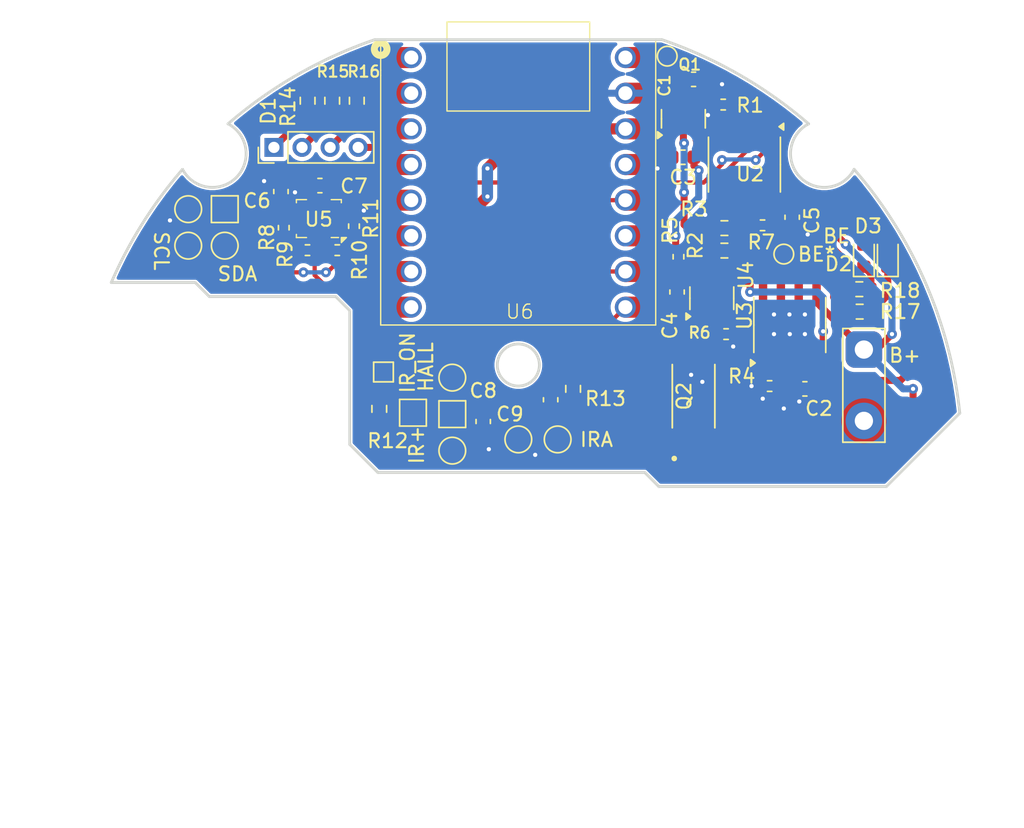
<source format=kicad_pcb>
(kicad_pcb (version 20241229) (generator "pcbnew") (generator_version "9.0")
  (layers (0 "F.Cu" signal) (2 "B.Cu" power) (13 "F.Paste" user) (15 "B.Paste" user) (5 "F.SilkS" user "F.Silkscreen") (7 "B.SilkS" user "B.Silkscreen") (1 "F.Mask" user) (3 "B.Mask" user) (25 "Edge.Cuts" user))
  (net 0 "")
  (net 1 "Vin")
  (net 2 "GND")
  (net 3 "+BATT")
  (net 4 "-BATT")
  (net 5 "Net-(U4-VCC)")
  (net 6 "+3.3V")
  (net 7 "Net-(D1-RK)")
  (net 8 "Net-(D1-BK)")
  (net 9 "Net-(D1-GK)")
  (net 10 "Net-(D2-K)")
  (net 11 "Net-(D3-K)")
  (net 12 "IMU_SDA")
  (net 13 "IMU_SCL")
  (net 14 "Batt_En")
  (net 15 "IR_ON")
  (net 16 "Batt_En*")
  (net 17 "IR_ADC")
  (net 18 "Hall_Out")
  (net 20 "Net-(U4-OD)")
  (net 21 "Net-(U4-OC)")
  (net 23 "VCC_Sense")
  (net 24 "Net-(U3-PROG)")
  (net 25 "Net-(U4-CS)")
  (net 26 "Net-(U5-CSB)")
  (net 27 "ADR")
  (net 28 "PWM_R")
  (net 29 "PWM_G")
  (net 30 "PWM_B")
  (net 31 "Net-(U3-~{STDBY})")
  (net 32 "Net-(U3-~{CHRG})")
  (net 36 "IMU_INT1")
  (net 46 "/IR")
  (footprint "Connector_PinHeader_2.00mm:PinHeader_1x04_P2.00mm_Vertical" (layer "F.Cu") (at 142.6 59.4 90)
    (property "Reference" "D1")
    (property "Value" "LED_RGBA")
  )
  (footprint "Capacitor_SMD:C_0603_1608Metric" (layer "F.Cu") (at 157.5 78.925 -90)
    (property "Reference" "C8")
    (property "Value" "100n")
  )
  (footprint "TestPoint:TestPoint_Pad_D1.5mm" (layer "F.Cu") (at 155.3 81)
    (property "Reference" "J22" (hide yes))
    (property "Value" "Conn_01x01_Pin")
  )
  (footprint "Capacitor_SMD:C_0603_1608Metric" (layer "F.Cu") (at 180.4 76.6)
    (property "Reference" "C2")
    (property "Value" "100n")
  )
  (footprint "Resistor_SMD:R_0603_1608Metric" (layer "F.Cu") (at 148.5 56.075 -90)
    (property "Reference" "R16")
    (property "Value" "220")
  )
  (footprint "Resistor_SMD:R_0402_1005Metric" (layer "F.Cu") (at 143.3 65.12 90)
    (property "Reference" "R8")
    (property "Value" "100k")
  )
  (footprint "Package_TO_SOT_SMD:SOT-23-6" (layer "F.Cu") (at 173.775 70.1425 90)
    (property "Reference" "U4")
    (property "Value" "DW01A")
  )
  (footprint "Resistor_SMD:R_0402_1005Metric" (layer "F.Cu") (at 148.3 65.01 -90)
    (property "Reference" "R11")
    (property "Value" "100k")
  )
  (footprint "Capacitor_SMD:C_0603_1608Metric" (layer "F.Cu") (at 145.875 62.12 180)
    (property "Reference" "C7")
    (property "Value" "100n")
  )
  (footprint "TestPoint:TestPoint_Pad_D1.5mm" (layer "F.Cu") (at 155.3 75.8)
    (property "Reference" "J23" (hide yes))
    (property "Value" "Conn_01x01_Pin")
  )
  (footprint "TestPoint:TestPoint_Pad_D1.5mm" (layer "F.Cu") (at 136.5 63.8 180)
    (property "Reference" "J19" (hide yes))
    (property "Value" "Conn_01x01_Pin")
  )
  (footprint "LED_SMD:LED_0603_1608Metric" (layer "F.Cu") (at 186.3 67.1125 90)
    (property "Reference" "D3")
    (property "Value" "GREEN_LED")
  )
  (footprint "Resistor_SMD:R_0402_1005Metric" (layer "F.Cu") (at 174.585 56.35 180)
    (property "Reference" "R1")
    (property "Value" "100k")
  )
  (footprint "Package_LGA:Bosch_LGA-14_3x2.5mm_P0.5mm" (layer "F.Cu") (at 145.8 64.47 180)
    (property "Reference" "U5")
    (property "Value" "BMI270")
  )
  (footprint "TestPoint:TestPoint_Pad_D1.5mm" (layer "F.Cu") (at 139.1 66.4 180)
    (property "Reference" "J4" (hide yes))
    (property "Value" "Conn_01x01_Pin")
  )
  (footprint "TestPoint:TestPoint_Pad_1.5x1.5mm" (layer "F.Cu") (at 155.3 78.4)
    (property "Reference" "J21" (hide yes))
    (property "Value" "Conn_01x01_Pin")
  )
  (footprint "TestPoint:TestPoint_Pad_1.0x1.0mm" (layer "F.Cu") (at 150.4 75.4)
    (property "Reference" "J7" (hide yes))
    (property "Value" "Conn_01x01_Pin")
  )
  (footprint "Resistor_SMD:R_0402_1005Metric" (layer "F.Cu") (at 147.11 66.72)
    (property "Reference" "R10")
    (property "Value" "2k2")
  )
  (footprint "Resistor_SMD:R_0603_1608Metric" (layer "F.Cu") (at 174.67 66.75)
    (property "Reference" "R2")
    (property "Value" "2k2")
  )
  (footprint "Resistor_SMD:R_0603_1608Metric" (layer "F.Cu") (at 163.9 76.6 -90)
    (property "Reference" "R13")
    (property "Value" "10k")
  )
  (footprint "Resistor_SMD:R_0402_1005Metric" (layer "F.Cu") (at 174.79 72.7)
    (property "Reference" "R6")
    (property "Value" "1k")
  )
  (footprint "TestPoint:TestPoint_2Pads_Pitch5.08mm_Drill1.3mm" (layer "F.Cu") (at 184.6 73.8 -90)
    (property "Reference" "J1")
    (property "Value" "Battery_Connector")
  )
  (footprint "TestPoint:TestPoint_Pad_1.5x1.5mm" (layer "F.Cu") (at 152.5 78.3)
    (property "Reference" "J8" (hide yes))
    (property "Value" "Conn_01x01_Pin")
  )
  (footprint "TestPoint:TestPoint_Pad_D1.5mm" (layer "F.Cu") (at 160 80.2)
    (property "Reference" "J25" (hide yes))
    (property "Value" "Conn_01x01_Pin")
  )
  (footprint "Capacitor_SMD:C_0603_1608Metric" (layer "F.Cu") (at 172.475 54.55)
    (property "Reference" "C1")
    (property "Value" "10u")
  )
  (footprint "LED_SMD:LED_0603_1608Metric" (layer "F.Cu") (at 184.6 67.1125 90)
    (property "Reference" "D2")
    (property "Value" "RED_LED")
  )
  (footprint "TestPoint:TestPoint_Pad_D1.0mm" (layer "F.Cu") (at 170.6 52.9)
    (property "Reference" "J12" (hide yes))
    (property "Value" "Conn_01x01_Pin")
  )
  (footprint "Package_SO:SOIC-8-1EP_3.9x4.9mm_P1.27mm_EP2.41x3.3mm" (layer "F.Cu") (at 179.325 72.055 90)
    (property "Reference" "U3")
    (property "Value" "TP4056-42-ESOP8")
  )
  (footprint "Package_TO_SOT_SMD:SOT-23" (layer "F.Cu") (at 171.75 57.3625 90)
    (property "Reference" "Q1")
    (property "Value" "AO3400A")
  )
  (footprint "Resistor_SMD:R_0603_1608Metric" (layer "F.Cu") (at 184.275 69.5 180)
    (property "Reference" "R18")
    (property "Value" "1k")
  )
  (footprint "Capacitor_SMD:C_0603_1608Metric" (layer "F.Cu") (at 171.725 60.1 180)
    (property "Reference" "C3")
    (property "Value" "10u")
  )
  (footprint "Resistor_SMD:R_0603_1608Metric" (layer "F.Cu") (at 146.75 56.075 -90)
    (property "Reference" "R15")
    (property "Value" "220")
  )
  (footprint "Resistor_SMD:R_0402_1005Metric" (layer "F.Cu") (at 144.99 66.72 180)
    (property "Reference" "R9")
    (property "Value" "2k2")
  )
  (footprint "Resistor_SMD:R_0603_1608Metric" (layer "F.Cu") (at 145 56.075 -90)
    (property "Reference" "R14")
    (property "Value" "220")
  )
  (footprint "TestPoint:TestPoint_Pad_D1.5mm" (layer "F.Cu") (at 136.5 66.4 180)
    (property "Reference" "J3" (hide yes))
    (property "Value" "Conn_01x01_Pin")
  )
  (footprint "Capacitor_SMD:C_0603_1608Metric" (layer "F.Cu") (at 179.495 64.375 -90)
    (property "Reference" "C5")
    (property "Value" "100n")
  )
  (footprint "Capacitor_SMD:C_0603_1608Metric" (layer "F.Cu") (at 171.3 69.7 90)
    (property "Reference" "C4")
    (property "Value" "100n")
  )
  (footprint "Resistor_SMD:R_0603_1608Metric" (layer "F.Cu") (at 150.1 78.025 -90)
    (property "Reference" "R12")
    (property "Value" "150")
  )
  (footprint "TestPoint:TestPoint_Pad_D1.0mm" (layer "F.Cu") (at 178.9 67)
    (property "Reference" "J9" (hide yes))
    (property "Value" "Conn_01x01_Pin")
  )
  (footprint "Package_SO:SOIC-8_3.9x4.9mm_P1.27mm" (layer "F.Cu") (at 176.095 60.625 -90)
    (property "Reference" "U2")
    (property "Value" "LM393")
  )
  (footprint "Resistor_SMD:R_0603_1608Metric" (layer "F.Cu") (at 174.67 65.15 180)
    (property "Reference" "R3")
    (property "Value" "82k")
  )
  (footprint "MyLibrary:ESP32_C3_SuperMini" (layer "F.Cu") (at 160 65.7)
    (property "Reference" "U6")
    (property "Value" "ESP32_C3_SuperMini")
  )
  (footprint "Resistor_SMD:R_0402_1005Metric" (layer "F.Cu") (at 177.89 76.4 180)
    (property "Reference" "R4")
    (property "Value" "2k")
  )
  (footprint "Resistor_SMD:R_0402_1005Metric" (layer "F.Cu") (at 171.4 67.19 -90)
    (property "Reference" "R5")
    (property "Value" "100")
  )
  (footprint "TestPoint:TestPoint_Pad_1.5x1.5mm" (layer "F.Cu") (at 139.1 63.8 180)
    (property "Reference" "J18" (hide yes))
    (property "Value" "Conn_01x01_Pin")
  )
  (footprint "Resistor_SMD:R_0603_1608Metric" (layer "F.Cu") (at 184.3 71.1 180)
    (property "Reference" "R17")
    (property "Value" "1k")
  )
  (footprint "Capacitor_SMD:C_0603_1608Metric" (layer "F.Cu") (at 143.1 62.545 90)
    (property "Reference" "C6")
    (property "Value" "100n")
  )
  (footprint "Resistor_SMD:R_0402_1005Metric" (layer "F.Cu") (at 177.385 64.95)
    (property "Reference" "R7")
    (property "Value" "100k")
  )
  (footprint "TestPoint:TestPoint_Pad_D1.5mm" (layer "F.Cu") (at 162.8 80.2)
    (property "Reference" "J24" (hide yes))
    (property "Value" "Conn_01x01_Pin")
  )
  (footprint "MyLibrary:FS8205A" (layer "F.Cu") (at 172.475 77.12 90)
    (property "Reference" "Q2")
    (property "Value" "FS8205A")
  )
  (footprint "Capacitor_SMD:C_0603_1608Metric" (layer "F.Cu") (at 162.3 77.375 -90)
    (property "Reference" "C9")
    (property "Value" "10u")
  )
  (gr_line (start 169.000054 82.557705) (end 170.000054 83.557705) (stroke (width 0.2)) (layer "Edge.Cuts"))
  (gr_line (start 148.000054 80.557709) (end 150.000054 82.557709) (stroke (width 0.2)) (layer "Edge.Cuts"))
  (gr_circle (center 160.000054 74.9) (end 161.500054 74.9) (stroke (width 0.2)) (fill no) (layer "Edge.Cuts"))
  (gr_line (start 191.400054 78.357705) (end 191.427739 78.33002) (stroke (width 0.2)) (layer "Edge.Cuts"))
  (gr_line (start 138.000054 70.02586) (end 147.000054 70.02586) (stroke (width 0.2)) (layer "Edge.Cuts"))
  (gr_line (start 137.000054 69.02586) (end 138.000054 70.02586) (stroke (width 0.2)) (layer "Edge.Cuts"))
  (gr_line (start 186.200054 83.557705) (end 191.400054 78.357705) (stroke (width 0.2)) (layer "Edge.Cuts"))
  (gr_line (start 170.225025 51.72586) (end 149.775103 51.72586) (stroke (width 0.2)) (layer "Edge.Cuts"))
  (gr_arc (start 170.225025 51.72586) (mid 175.733785 54.221304) (end 180.666276 57.720478) (stroke (width 0.2)) (layer "Edge.Cuts"))
  (gr_line (start 148.000054 71.02586) (end 148.000054 80.557709) (stroke (width 0.2)) (layer "Edge.Cuts"))
  (gr_line (start 147.000054 70.02586) (end 148.000054 71.02586) (stroke (width 0.2)) (layer "Edge.Cuts"))
  (gr_arc (start 183.905436 60.959638) (mid 188.997797 69.068355) (end 191.427739 78.33002) (stroke (width 0.2)) (layer "Edge.Cuts"))
  (gr_line (start 131.020753 69.02586) (end 137.000054 69.02586) (stroke (width 0.2)) (layer "Edge.Cuts"))
  (gr_arc (start 139.333832 57.720478) (mid 139.918207 61.544013) (end 136.094672 60.959638) (stroke (width 0.2)) (layer "Edge.Cuts"))
  (gr_line (start 170.000054 83.557705) (end 186.200054 83.557705) (stroke (width 0.2)) (layer "Edge.Cuts"))
  (gr_line (start 150.000054 82.557709) (end 169.000054 82.557705) (stroke (width 0.2)) (layer "Edge.Cuts"))
  (gr_arc (start 183.905436 60.959638) (mid 180.081901 61.544013) (end 180.666276 57.720478) (stroke (width 0.2)) (layer "Edge.Cuts"))
  (gr_arc (start 139.333832 57.720478) (mid 144.266323 54.221303) (end 149.775103 51.72586) (stroke (width 0.2)) (layer "Edge.Cuts"))
  (gr_arc (start 131.020753 69.02586) (mid 133.251905 64.800387) (end 136.094672 60.959638) (stroke (width 0.2)) (layer "Edge.Cuts"))
  (gr_text "SDA" (at 138.5 69 0) (layer "F.SilkS") (effects (font (size 1 1)) (justify left bottom)))
  (gr_text "B+" (at 186.3 74.8 0) (layer "F.SilkS") (effects (font (size 1 1)) (justify left bottom)))
  (gr_text "SCL" (at 134 65.3 270) (layer "F.SilkS") (effects (font (size 1 1)) (justify left bottom)))
  (gr_text "HALL\n" (at 154 76.9 90) (layer "F.SilkS") (effects (font (size 1 1)) (justify left bottom)))
  (gr_text "IR_ON" (at 152.7 77 90) (layer "F.SilkS") (effects (font (size 1 1)) (justify left bottom)))
  (gr_text "BE*" (at 179.8 67.6 0) (layer "F.SilkS") (effects (font (size 1 1)) (justify left bottom)))
  (gr_text "IR+" (at 153.35 82.05 90) (layer "F.SilkS") (effects (font (size 1 1)) (justify left bottom)))
  (gr_text "IRA" (at 164.3 80.8 0) (layer "F.SilkS") (effects (font (size 1 1)) (justify left bottom)))
  (gr_text "BE" (at 181.6 66.3 0) (layer "F.SilkS") (effects (font (size 1 1)) (justify left bottom)))
  (segment (start 173.845 66.75) (end 174.05 66.75) (width 0.5) (layer "F.Cu") (net 1))
  (segment (start 181.7 74.06) (end 181.23 74.53) (width 0.5) (layer "F.Cu") (net 1))
  (segment (start 168.12 53) (end 170.15 53) (width 0.8) (layer "F.Cu") (net 1))
  (segment (start 181.175 76.6) (end 181.8 76.6) (width 0.5) (layer "F.Cu") (net 1))
  (segment (start 171.75 59.05) (end 171.8 59.1) (width 0.5) (layer "F.Cu") (net 1))
  (segment (start 181.23 76.57) (end 181.2 76.6) (width 0.5) (layer "F.Cu") (net 1))
  (segment (start 171.75 56.425) (end 171.75 54.6) (width 0.5) (layer "F.Cu") (net 1))
  (segment (start 181.23 76.545) (end 181.175 76.6) (width 0.5) (layer "F.Cu") (net 1))
  (segment (start 170.15 53) (end 171.7 54.55) (width 0.8) (layer "F.Cu") (net 1))
  (segment (start 173.65 66.75) (end 173.845 66.75) (width 0.5) (layer "F.Cu") (net 1))
  (segment (start 181.8 76.6) (end 182.4 76) (width 0.5) (layer "F.Cu") (net 1))
  (segment (start 174.05 66.75) (end 176.5 69.2) (width 0.5) (layer "F.Cu") (net 1))
  (segment (start 181.7 72.5) (end 181.7 74.06) (width 0.5) (layer "F.Cu") (net 1))
  (segment (start 171.8 62.6) (end 171.8 64.9) (width 0.5) (layer "F.Cu") (net 1))
  (segment (start 187.5 67.525) (end 186.3 66.325) (width 0.5) (layer "F.Cu") (net 1))
  (segment (start 182.4 76) (end 187.2 76) (width 0.5) (layer "F.Cu") (net 1))
  (segment (start 181.23 74.53) (end 181.23 76.545) (width 0.5) (layer "F.Cu") (net 1))
  (segment (start 171.75 54.6) (end 171.7 54.55) (width 0.5) (layer "F.Cu") (net 1))
  (segment (start 176.5 69.2) (end 176.5 69.7) (width 0.5) (layer "F.Cu") (net 1))
  (segment (start 171.8 64.9) (end 173.65 66.75) (width 0.5) (layer "F.Cu") (net 1))
  (segment (start 187.2 76) (end 187.5 75.7) (width 0.5) (layer "F.Cu") (net 1))
  (segment (start 187.5 75.7) (end 187.5 67.525) (width 0.5) (layer "F.Cu") (net 1))
  (segment (start 171.75 56.425) (end 171.75 59.05) (width 0.5) (layer "F.Cu") (net 1))
  (segment (start 186.3 66.325) (end 184.6 66.325) (width 0.5) (layer "F.Cu") (net 1))
  (via (at 171.8 59.1) (size 0.7) (drill 0.3) (layers "F.Cu" "B.Cu") (net 1))
  (via (at 171.8 62.6) (size 0.7) (drill 0.3) (layers "F.Cu" "B.Cu") (net 1))
  (via (at 181.7 72.5) (size 0.7) (drill 0.3) (layers "F.Cu" "B.Cu") (net 1))
  (via (at 176.5 69.7) (size 0.7) (drill 0.3) (layers "F.Cu" "B.Cu") (net 1))
  (segment (start 181.7 70.1) (end 181.7 71.9) (width 0.5) (layer "B.Cu") (net 1))
  (segment (start 181.7 71.9) (end 181.7 72.5) (width 0.5) (layer "B.Cu") (net 1))
  (segment (start 181.3 69.7) (end 181.7 70.1) (width 0.5) (layer "B.Cu") (net 1))
  (segment (start 176.5 69.7) (end 181.3 69.7) (width 0.5) (layer "B.Cu") (net 1))
  (segment (start 171.8 59.1) (end 171.8 62.6) (width 0.5) (layer "B.Cu") (net 1))
  (segment (start 157.5 80.5) (end 157.9 80.9) (width 0.8) (layer "F.Cu") (net 2))
  (segment (start 170.95 60.1) (end 170.9 60.1) (width 0.5) (layer "F.Cu") (net 2))
  (segment (start 160.1 80.2) (end 161.2 81.3) (width 0.8) (layer "F.Cu") (net 2))
  (segment (start 170.7 60.1) (end 169.9 60.9) (width 0.5) (layer "F.Cu") (net 2))
  (segment (start 145.8 63.4575) (end 145.8 62.82) (width 0.3) (layer "F.Cu") (net 2))
  (segment (start 174.19 57.79) (end 173.9 57.5) (width 0.5) (layer "F.Cu") (net 2))
  (segment (start 155.3 81) (end 156.2 81) (width 0.8) (layer "F.Cu") (net 2))
  (segment (start 174.15 54.55) (end 174.5 54.9) (width 0.5) (layer "F.Cu") (net 2))
  (segment (start 177.38 74.57) (end 177.42 74.53) (width 0.5) (layer "F.Cu") (net 2))
  (segment (start 173.845 65.15) (end 173.845 64.745) (width 0.5) (layer "F.Cu") (net 2))
  (segment (start 170.95 60.1) (end 170.7 60.1) (width 0.5) (layer "F.Cu") (net 2))
  (segment (start 162.3 78.15) (end 162.05 78.15) (width 0.8) (layer "F.Cu") (net 2))
  (segment (start 162.05 78.15) (end 160 80.2) (width 0.8) (layer "F.Cu") (net 2))
  (segment (start 148.3 64.5) (end 148.4 64.5) (width 0.5) (layer "F.Cu") (net 2))
  (segment (start 136.5 63.8) (end 136 63.8) (width 0.5) (layer "F.Cu") (net 2))
  (segment (start 173.25 54.55) (end 174.15 54.55) (width 0.5) (layer "F.Cu") (net 2))
  (segment (start 177.38 76.4) (end 177.38 74.57) (width 0.5) (layer "F.Cu") (net 2))
  (segment (start 180.15 65.15) (end 180.6 65.6) (width 0.5) (layer "F.Cu") (net 2))
  (segment (start 179.96 74.53) (end 179.96 76.265) (width 0.5) (layer "F.Cu") (net 2))
  (segment (start 173.9 57.5) (end 173.5 57.1) (width 0.5) (layer "F.Cu") (net 2))
  (segment (start 144.1 61.77) (end 144.75 61.77) (width 0.8) (layer "F.Cu") (net 2))
  (segment (start 145.3 63.4575) (end 145.3 62.32) (width 0.3) (layer "F.Cu") (net 2))
  (segment (start 144.1 61.77) (end 144.1 62.6) (width 0.8) (layer "F.Cu") (net 2))
  (segment (start 179.96 76.265) (end 179.625 76.6) (width 0.5) (layer "F.Cu") (net 2))
  (segment (start 144.75 61.77) (end 145.1 62.12) (width 0.8) (layer "F.Cu") (net 2))
  (segment (start 173.845 64.745) (end 173.3 64.2) (width 0.5) (layer "F.Cu") (net 2))
  (segment (start 157.5 79.7) (end 157.5 80.5) (width 0.8) (layer "F.Cu") (net 2))
  (segment (start 136 63.8) (end 135.2 64.6) (width 0.5) (layer "F.Cu") (net 2))
  (segment (start 179.495 65.15) (end 180.15 65.15) (width 0.5) (layer "F.Cu") (net 2))
  (segment (start 156.2 81) (end 157.5 79.7) (width 0.8) (layer "F.Cu") (net 2))
  (segment (start 141.93 61.77) (end 141.9 61.8) (width 0.8) (layer "F.Cu") (net 2))
  (segment (start 174.19 58.15) (end 174.19 57.79) (width 0.5) (layer "F.Cu") (net 2))
  (segment (start 143.1 61.77) (end 141.93 61.77) (width 0.8) (layer "F.Cu") (net 2))
  (segment (start 148.4 64.5) (end 149 63.9) (width 0.5) (layer "F.Cu") (net 2))
  (segment (start 145.8 62.82) (end 145.1 62.12) (width 0.3) (layer "F.Cu") (net 2))
  (segment (start 160 80.2) (end 160.1 80.2) (width 0.8) (layer "F.Cu") (net 2))
  (segment (start 145.3 62.32) (end 145.1 62.12) (width 0.3) (layer "F.Cu") (net 2))
  (segment (start 175.3 72.7) (end 175.3 73.58076) (width 0.5) (layer "F.Cu") (net 2))
  (segment (start 175.3 73.58076) (end 175.29538 73.58538) (width 0.5) (layer "F.Cu") (net 2))
  (segment (start 143.1 61.77) (end 144.1 61.77) (width 0.8) (layer "F.Cu") (net 2))
  (via (at 157.9 80.9) (size 0.7) (drill 0.3) (layers "F.Cu" "B.Cu") (net 2))
  (via (at 135.2 64.6) (size 0.7) (drill 0.3) (layers "F.Cu" "B.Cu") (net 2))
  (via (at 173.3 64.2) (size 0.7) (drill 0.3) (layers "F.Cu" "B.Cu") (net 2))
  (via (at 177.4 77.3) (size 0.7) (drill 0.3) (layers "F.Cu" "B.Cu") (net 2))
  (via (at 176.6 76.4) (size 0.7) (drill 0.3) (layers "F.Cu" "B.Cu") (net 2))
  (via (at 173.5 57.1) (size 0.7) (drill 0.3) (layers "F.Cu" "B.Cu") (net 2))
  (via (at 178.2 72.7) (size 0.7) (drill 0.3) (layers "F.Cu" "B.Cu") (net 2))
  (via (at 174.5 54.9) (size 0.7) (drill 0.3) (layers "F.Cu" "B.Cu") (net 2))
  (via (at 179.3 71.3) (size 0.7) (drill 0.3) (layers "F.Cu" "B.Cu") (net 2))
  (via (at 178.9 78) (size 0.7) (drill 0.3) (layers "F.Cu" "B.Cu") (net 2))
  (via (at 180.6 65.6) (size 0.7) (drill 0.3) (layers "F.Cu" "B.Cu") (net 2))
  (via (at 175.29538 73.58538) (size 0.7) (drill 0.3) (layers "F.Cu" "B.Cu") (net 2))
  (via (at 144.1 62.6) (size 0.7) (drill 0.3) (layers "F.Cu" "B.Cu") (net 2))
  (via (at 179.325 72.7) (size 0.7) (drill 0.3) (layers "F.Cu" "B.Cu") (net 2))
  (via (at 141.9 61.8) (size 0.7) (drill 0.3) (layers "F.Cu" "B.Cu") (net 2))
  (via (at 178.2 71.3) (size 0.7) (drill 0.3) (layers "F.Cu" "B.Cu") (net 2))
  (via (at 180 77.5) (size 0.7) (drill 0.3) (layers "F.Cu" "B.Cu") (net 2))
  (via (at 172.3 75.6) (size 0.7) (drill 0.3) (layers "F.Cu" "B.Cu") (net 2))
  (via (at 169.9 60.9) (size 0.7) (drill 0.3) (layers "F.Cu" "B.Cu") (net 2))
  (via (at 149 63.9) (size 0.7) (drill 0.3) (layers "F.Cu" "B.Cu") (net 2))
  (via (at 173.1 76.1) (size 0.7) (drill 0.3) (layers "F.Cu" "B.Cu") (net 2))
  (via (at 180.4 71.3) (size 0.7) (drill 0.3) (layers "F.Cu" "B.Cu") (net 2))
  (via (at 161.2 81.3) (size 0.7) (drill 0.3) (layers "F.Cu" "B.Cu") (net 2))
  (via (at 180.4 72.7) (size 0.7) (drill 0.3) (layers "F.Cu" "B.Cu") (net 2))
  (segment (start 170.3 82.9) (end 168.5 81.1) (width 0.5) (layer "F.Cu") (net 3))
  (segment (start 176.36 61.2) (end 177.4 61.2) (width 0.5) (layer "F.Cu") (net 3))
  (segment (start 185.5 73.8) (end 186.6 72.7) (width 0.5) (layer "F.Cu") (net 3))
  (segment (start 178 63.1) (end 178.995 63.1) (width 0.5) (layer "F.Cu") (net 3))
  (segment (start 184.6 73.8) (end 185.5 73.8) (width 0.5) (layer "F.Cu") (net 3))
  (segment (start 183.7 82.9) (end 170.3 82.9) (width 0.5) (layer "F.Cu") (net 3))
  (segment (start 168.5 81.1) (end 168.5 72.7) (width 0.5) (layer "F.Cu") (net 3))
  (segment (start 178 61.8) (end 178 63.1) (width 0.5) (layer "F.Cu") (net 3))
  (segment (start 171.267528 66.68) (end 171.4 66.68) (width 0.5) (layer "F.Cu") (net 3))
  (segment (start 181.23 70.43) (end 184.6 73.8) (width 0.5) (layer "F.Cu") (net 3))
  (segment (start 178 63.1) (end 178 64.845) (width 0.5) (layer "F.Cu") (net 3))
  (segment (start 174.075 56.35) (end 174.077678 56.35) (width 0.3) (layer "F.Cu") (net 3))
  (segment (start 172.7 58.3) (end 172.7 59.9) (width 0.5) (layer "F.Cu") (net 3))
  (segment (start 171.2 66.48) (end 171.4 66.68) (width 0.5) (layer "F.Cu") (net 3))
  (segment (start 172.5 60.7) (end 172.84038 61.04038) (width 0.5) (layer "F.Cu") (net 3))
  (segment (start 169.696 71.504) (end 169.696 68.251528) (width 0.5) (layer "F.Cu") (net 3))
  (segment (start 177.4 61.2) (end 178 61.8) (width 0.5) (layer "F.Cu") (net 3))
  (segment (start 173.725 56) (end 174.075 56.35) (width 0.5) (layer "F.Cu") (net 3))
  (segment (start 174.077678 56.35) (end 175.46 57.732322) (width 0.3) (layer "F.Cu") (net 3))
  (segment (start 185.9 82.9) (end 188.1 80.7) (width 0.5) (layer "F.Cu") (net 3))
  (segment (start 179.495 63.6) (end 180.6 63.6) (width 0.5) (layer "F.Cu") (net 3))
  (segment (start 175.46 62.1) (end 175.46 63.1) (width 0.5) (layer "F.Cu") (net 3))
  (segment (start 172.7 58.3) (end 172.7 56.2) (width 0.5) (layer "F.Cu") (net 3))
  (segment (start 175.46 62.1) (end 176.36 61.2) (width 0.5) (layer "F.Cu") (net 3))
  (segment (start 183.7 82.9) (end 185.9 82.9) (width 0.5) (layer "F.Cu") (net 3))
  (segment (start 188.1 80.7) (end 188.1 76.6) (width 0.5) (layer "F.Cu") (net 3))
  (segment (start 171.2 65.7) (end 171.2 66.48) (width 0.5) (layer "F.Cu") (net 3))
  (segment (start 172.7 56.2) (end 172.9 56) (width 0.5) (layer "F.Cu") (net 3))
  (segment (start 180.6 63.6) (end 183.3 66.3) (width 0.5) (layer "F.Cu") (net 3))
  (segment (start 172.9 56) (end 173.725 56) (width 0.5) (layer "F.Cu") (net 3))
  (segment (start 174.075 56.35) (end 173.976 56.449) (width 0.3) (layer "F.Cu") (net 3))
  (segment (start 175.46 57.732322) (end 175.46 58.15) (width 0.3) (layer "F.Cu") (net 3))
  (segment (start 168.5 72.7) (end 169.696 71.504) (width 0.5) (layer "F.Cu") (net 3))
  (segment (start 178 64.845) (end 177.895 64.95) (width 0.5) (layer "F.Cu") (net 3))
  (segment (start 172.7 59.9) (end 172.5 60.1) (width 0.5) (layer "F.Cu") (net 3))
  (segment (start 178.995 63.1) (end 179.495 63.6) (width 0.5) (layer "F.Cu") (net 3))
  (segment (start 169.696 68.251528) (end 171.267528 66.68) (width 0.5) (layer "F.Cu") (net 3))
  (segment (start 172.5 60.1) (end 172.5 60.7) (width 0.5) (layer "F.Cu") (net 3))
  (segment (start 181.23 69.58) (end 181.23 70.43) (width 0.5) (layer "F.Cu") (net 3))
  (via (at 171.2 65.7) (size 0.7) (drill 0.3) (layers "F.Cu" "B.Cu") (net 3))
  (via (at 186.6 72.7) (size 0.7) (drill 0.3) (layers "F.Cu" "B.Cu") (net 3))
  (via (at 188.1 76.6) (size 0.7) (drill 0.3) (layers "F.Cu" "B.Cu") (net 3))
  (via (at 183.3 66.3) (size 0.7) (drill 0.3) (layers "F.Cu" "B.Cu") (net 3))
  (via (at 172.84038 61.04038) (size 0.7) (drill 0.3) (layers "F.Cu" "B.Cu") (net 3))
  (segment (start 171.2 65.7) (end 171.2 64.6) (width 0.5) (layer "B.Cu") (net 3))
  (segment (start 172.84038 62.95962) (end 172.84038 61.04038) (width 0.5) (layer "B.Cu") (net 3))
  (segment (start 188.1 76.6) (end 187.4 76.6) (width 0.5) (layer "B.Cu") (net 3))
  (segment (start 186.6 69.6) (end 186.6 70) (width 0.5) (layer "B.Cu") (net 3))
  (segment (start 171.2 64.6) (end 172.84038 62.95962) (width 0.5) (layer "B.Cu") (net 3))
  (segment (start 183.3 66.3) (end 186.6 69.6) (width 0.5) (layer "B.Cu") (net 3))
  (segment (start 187.4 76.6) (end 184.6 73.8) (width 0.5) (layer "B.Cu") (net 3))
  (segment (start 186.6 70) (end 186.6 72.7) (width 0.5) (layer "B.Cu") (net 3))
  (segment (start 172.142 67.7) (end 172.3335 67.8915) (width 0.5) (layer "F.Cu") (net 5))
  (segment (start 173.775 68.342501) (end 173.775 69.005) (width 0.5) (layer "F.Cu") (net 5))
  (segment (start 171.3 68.925) (end 172.3335 67.8915) (width 0.5) (layer "F.Cu") (net 5))
  (segment (start 172.3335 67.8915) (end 173.323999 67.8915) (width 0.5) (layer "F.Cu") (net 5))
  (segment (start 171.4 67.7) (end 172.142 67.7) (width 0.5) (layer "F.Cu") (net 5))
  (segment (start 173.323999 67.8915) (end 173.775 68.342501) (width 0.5) (layer "F.Cu") (net 5))
  (segment (start 155.3 78.4) (end 153.1 76.2) (width 0.8) (layer "F.Cu") (net 6))
  (segment (start 153.1 76.2) (end 153.1 74.2) (width 0.8) (layer "F.Cu") (net 6))
  (segment (start 147.47 61.3) (end 146.65 62.12) (width 0.5) (layer "F.Cu") (net 6))
  (segment (start 142.79 64.61) (end 143.3 64.61) (width 0.5) (layer "F.Cu") (net 6))
  (segment (start 146.65 62.77) (end 146.65 62.12) (width 0.3) (layer "F.Cu") (net 6))
  (segment (start 150.5 64.4) (end 155.2 64.4) (width 0.3) (layer "F.Cu") (net 6))
  (segment (start 143.5 63.72) (end 143.1 63.32) (width 0.3) (layer "F.Cu") (net 6))
  (segment (start 142.1 66.1) (end 142.1 65.3) (width 0.5) (layer "F.Cu") (net 6))
  (segment (start 159.3 59.4) (end 160.62 58.08) (width 0.5) (layer "F.Cu") (net 6))
  (segment (start 139.1 63.8) (end 139.58 63.32) (width 0.5) (layer "F.Cu") (net 6))
  (segment (start 154.2 73.1) (end 154.2 72.7) (width 0.8) (layer "F.Cu") (net 6))
  (segment (start 146.3 63.4575) (end 146.3 63.12) (width 0.3) (layer "F.Cu") (net 6))
  (segment (start 149.9 59.4) (end 149.9 60.6) (width 0.5) (layer "F.Cu") (net 6))
  (segment (start 155.75 64.95) (end 157.8 62.9) (width 0.8) (layer "F.Cu") (net 6))
  (segment (start 141.149 63.069) (end 141.4 63.32) (width 0.3) (layer "F.Cu") (net 6))
  (segment (start 141.149 61.488926) (end 141.149 63.069) (width 0.3) (layer "F.Cu") (net 6))
  (segment (start 142.72 66.72) (end 142.1 66.1) (width 0.5) (layer "F.Cu") (net 6))
  (segment (start 144.48 66.72) (end 142.72 66.72) (width 0.5) (layer "F.Cu") (net 6))
  (segment (start 163.9 75.775) (end 163.125 75.775) (width 0.8) (layer "F.Cu") (net 6))
  (segment (start 157.8 60.9) (end 160.62 58.08) (width 0.8) (layer "F.Cu") (net 6))
  (segment (start 149.2 61.3) (end 147.47 61.3) (width 0.5) (layer "F.Cu") (net 6))
  (segment (start 147.62 66.72) (end 148.18 66.72) (width 0.3) (layer "F.Cu") (net 6))
  (segment (start 141.4 63.32) (end 143.1 63.32) (width 0.5) (layer "F.Cu") (net 6))
  (segment (start 142.1 65.3) (end 142.79 64.61) (width 0.5) (layer "F.Cu") (net 6))
  (segment (start 148.6 59.4) (end 149.9 59.4) (width 0.5) (layer "F.Cu") (net 6))
  (segment (start 143.3 64.61) (end 143.3 63.52) (width 0.5) (layer "F.Cu") (net 6))
  (segment (start 149.9 60.6) (end 149.2 61.3) (width 0.5) (layer "F.Cu") (net 6))
  (segment (start 157.25 78.4) (end 157.5 78.15) (width 0.8) (layer "F.Cu") (net 6))
  (segment (start 155.2 64.4) (end 155.75 64.95) (width 0.3) (layer "F.Cu") (net 6))
  (segment (start 153.1 74.2) (end 154.2 73.1) (width 0.8) (layer "F.Cu") (net 6))
  (segment (start 146.3 63.12) (end 146.65 62.77) (width 0.3) (layer "F.Cu") (net 6))
  (segment (start 155.3 78.4) (end 157.25 78.4) (width 0.8) (layer "F.Cu") (net 6))
  (segment (start 141.668926 60.969) (end 141.149 61.488926) (width 0.3) (layer "F.Cu") (net 6))
  (segment (start 139.58 63.32) (end 141.4 63.32) (width 0.5) (layer "F.Cu") (net 6))
  (segment (start 143.3 63.52) (end 143.1 63.32) (width 0.5) (layer "F.Cu") (net 6))
  (segment (start 146.65 62.12) (end 145.499 60.969) (width 0.3) (layer "F.Cu") (net 6))
  (segment (start 160.62 58.08) (end 167.62 58.08) (width 0.8) (layer "F.Cu") (net 6))
  (segment (start 148.18 66.72) (end 150.5 64.4) (width 0.3) (layer "F.Cu") (net 6))
  (segment (start 163.125 75.775) (end 162.3 76.6) (width 0.8) (layer "F.Cu") (net 6))
  (segment (start 144.5375 63.72) (end 143.5 63.72) (width 0.3) (layer "F.Cu") (net 6))
  (segment (start 154.2 72.7) (end 154.2 66.5) (width 0.8) (layer "F.Cu") (net 6))
  (segment (start 154.2 66.5) (end 155.75 64.95) (width 0.8) (layer "F.Cu") (net 6))
  (segment (start 149.9 59.4) (end 159.3 59.4) (width 0.5) (layer "F.Cu") (net 6))
  (segment (start 145.499 60.969) (end 141.668926 60.969) (width 0.3) (layer "F.Cu") (net 6))
  (via (at 157.8 60.9) (size 0.7) (drill 0.3) (layers "F.Cu" "B.Cu") (net 6))
  (via (at 157.8 62.9) (size 0.7) (drill 0.3) (layers "F.Cu" "B.Cu") (net 6))
  (segment (start 157.8 62.9) (end 157.8 60.9) (width 0.8) (layer "B.Cu") (net 6))
  (segment (start 145 56.9) (end 145 57) (width 0.5) (layer "F.Cu") (net 7))
  (segment (start 145 57) (end 142.6 59.4) (width 0.5) (layer "F.Cu") (net 7))
  (segment (start 148.5 56.9) (end 148.5 57.5) (width 0.5) (layer "F.Cu") (net 8))
  (segment (start 148.5 57.5) (end 146.6 59.4) (width 0.5) (layer "F.Cu") (net 8))
  (segment (start 146.75 57.25) (end 144.6 59.4) (width 0.5) (layer "F.Cu") (net 9))
  (segment (start 146.75 56.9) (end 146.75 57.25) (width 0.5) (layer "F.Cu") (net 9))
  (segment (start 185.1 68.4) (end 184.6 67.9) (width 0.5) (layer "F.Cu") (net 10))
  (segment (start 185.1 69.5) (end 185.1 68.4) (width 0.5) (layer "F.Cu") (net 10))
  (segment (start 186.3 69.925) (end 186.3 67.9) (width 0.5) (layer "F.Cu") (net 11))
  (segment (start 185.125 71.1) (end 186.3 69.925) (width 0.5) (layer "F.Cu") (net 11))
  (segment (start 150.5 65.9) (end 151.68 65.9) (width 0.3) (layer "F.Cu") (net 12))
  (segment (start 146.6 66.72) (end 146.6 67.4) (width 0.3) (layer "F.Cu") (net 12))
  (segment (start 146.7 67.5) (end 147.1 67.5) (width 0.3) (layer "F.Cu") (net 12))
  (segment (start 147.1 67.5) (end 147.1 67.6) (width 0.3) (layer "F.Cu") (net 12))
  (segment (start 144.7 68.3) (end 141 68.3) (width 0.3) (layer "F.Cu") (net 12))
  (segment (start 146.3 65.4825) (end 146.3 66.42) (width 0.3) (layer "F.Cu") (net 12))
  (segment (start 146.3 66.42) (end 146.6 66.72) (width 0.3) (layer "F.Cu") (net 12))
  (segment (start 148.9 67.5) (end 150.5 65.9) (width 0.3) (layer "F.Cu") (net 12))
  (segment (start 151.68 65.9) (end 151.88 65.7) (width 0.3) (layer "F.Cu") (net 12))
  (segment (start 146.4 68.3) (end 146.3 68.3) (width 0.3) (layer "F.Cu") (net 12))
  (segment (start 141 68.3) (end 139.1 66.4) (width 0.3) (layer "F.Cu") (net 12))
  (segment (start 147.1 67.5) (end 148.9 67.5) (width 0.3) (layer "F.Cu") (net 12))
  (segment (start 147.1 67.6) (end 146.4 68.3) (width 0.3) (layer "F.Cu") (net 12))
  (segment (start 146.6 67.4) (end 146.7 67.5) (width 0.3) (layer "F.Cu") (net 12))
  (via (at 146.3 68.3) (size 0.7) (drill 0.3) (layers "F.Cu" "B.Cu") (net 12))
  (via (at 144.7 68.3) (size 0.7) (drill 0.3) (layers "F.Cu" "B.Cu") (net 12))
  (segment (start 146.3 68.3) (end 144.7 68.3) (width 0.3) (layer "B.Cu") (net 12))
  (segment (start 145.8 66.42) (end 145.5 66.72) (width 0.3) (layer "F.Cu") (net 13))
  (segment (start 136.5 66.4) (end 139.3 69.2) (width 0.3) (layer "F.Cu") (net 13))
  (segment (start 145.5 66.72) (end 145.5 68.5) (width 0.3) (layer "F.Cu") (net 13))
  (segment (start 145.5 68.5) (end 146.2 69.2) (width 0.3) (layer "F.Cu") (net 13))
  (segment (start 146.2 69.2) (end 150.92 69.2) (width 0.3) (layer "F.Cu") (net 13))
  (segment (start 145.8 65.4825) (end 145.8 66.42) (width 0.3) (layer "F.Cu") (net 13))
  (segment (start 139.3 69.2) (end 146.2 69.2) (width 0.3) (layer "F.Cu") (net 13))
  (segment (start 150.92 69.2) (end 151.88 68.24) (width 0.3) (layer "F.Cu") (net 13))
  (segment (start 168.12 60.62) (end 169.4 61.9) (width 0.3) (layer "F.Cu") (net 14))
  (segment (start 178 57.175001) (end 177.174999 56.35) (width 0.5) (layer "F.Cu") (net 14))
  (segment (start 178 59.2) (end 178 58.15) (width 0.3) (layer "F.Cu") (net 14))
  (segment (start 173.2 61.9) (end 174.5 60.6) (width 0.3) (layer "F.Cu") (net 14))
  (segment (start 177.174999 56.35) (end 175.095 56.35) (width 0.5) (layer "F.Cu") (net 14))
  (segment (start 174.5 60.6) (end 174.5 60.3) (width 0.3) (layer "F.Cu") (net 14))
  (segment (start 178 58.15) (end 178 57.175001) (width 0.5) (layer "F.Cu") (net 14))
  (segment (start 170.8 58.3) (end 168.48 60.62) (width 0.3) (layer "F.Cu") (net 14))
  (segment (start 168.48 60.62) (end 168.12 60.62) (width 0.3) (layer "F.Cu") (net 14))
  (segment (start 169.4 61.9) (end 173.2 61.9) (width 0.3) (layer "F.Cu") (net 14))
  (segment (start 176.9 60.3) (end 178 59.2) (width 0.3) (layer "F.Cu") (net 14))
  (via (at 176.9 60.3) (size 0.7) (drill 0.3) (layers "F.Cu" "B.Cu") (net 14))
  (via (at 174.5 60.3) (size 0.7) (drill 0.3) (layers "F.Cu" "B.Cu") (net 14))
  (segment (start 176.85962 60.25962) (end 176.9 60.3) (width 0.3) (layer "B.Cu") (net 14))
  (segment (start 174.54038 60.25962) (end 176.85962 60.25962) (width 0.3) (layer "B.Cu") (net 14))
  (segment (start 174.5 60.3) (end 174.54038 60.25962) (width 0.3) (layer "B.Cu") (net 14))
  (segment (start 150.4 75.4) (end 150.4 72.26) (width 0.5) (layer "F.Cu") (net 15))
  (segment (start 150.4 76.9) (end 150.1 77.2) (width 0.5) (layer "F.Cu") (net 15))
  (segment (start 150.4 75.4) (end 150.4 76.9) (width 0.5) (layer "F.Cu") (net 15))
  (segment (start 150.4 72.26) (end 151.88 70.78) (width 0.5) (layer "F.Cu") (net 15))
  (segment (start 176.875 64.95) (end 176.875 67.675) (width 0.5) (layer "F.Cu") (net 16))
  (segment (start 176.73 63.1) (end 176.73 64.805) (width 0.5) (layer "F.Cu") (net 16))
  (segment (start 176.73 64.805) (end 176.875 64.95) (width 0.5) (layer "F.Cu") (net 16))
  (segment (start 178.9 67) (end 177.42 68.48) (width 0.5) (layer "F.Cu") (net 16))
  (segment (start 177.42 68.48) (end 177.42 69.58) (width 0.5) (layer "F.Cu") (net 16))
  (segment (start 177.42 69.58) (end 177.42 68.22) (width 0.5) (layer "F.Cu") (net 16))
  (segment (start 177.42 68.22) (end 176.875 67.675) (width 0.5) (layer "F.Cu") (net 16))
  (segment (start 163.9 77.425) (end 166.5 74.825) (width 0.3) (layer "F.Cu") (net 17))
  (segment (start 163.9 77.425) (end 163.9 79.1) (width 0.3) (layer "F.Cu") (net 17))
  (segment (start 163.9 79.1) (end 162.8 80.2) (width 0.3) (layer "F.Cu") (net 17))
  (segment (start 166.5 74.825) (end 166.5 71.9) (width 0.3) (layer "F.Cu") (net 17))
  (segment (start 166.5 71.9) (end 167.62 70.78) (width 0.3) (layer "F.Cu") (net 17))
  (segment (start 168.12 68.24) (end 158.06 68.24) (width 0.3) (layer "F.Cu") (net 18))
  (segment (start 155.3 71) (end 155.3 75.8) (width 0.3) (layer "F.Cu") (net 18))
  (segment (start 158.06 68.24) (end 155.3 71) (width 0.3) (layer "F.Cu") (net 18))
  (segment (start 170.5 73.605) (end 172.825 71.28) (width 0.3) (layer "F.Cu") (net 20))
  (segment (start 173.45 80) (end 173.45 79.201514) (width 0.3) (layer "F.Cu") (net 20))
  (segment (start 172.748486 78.5) (end 171.9 78.5) (width 0.3) (layer "F.Cu") (net 20))
  (segment (start 171.9 78.5) (end 170.5 77.1) (width 0.3) (layer "F.Cu") (net 20))
  (segment (start 173.45 79.201514) (end 172.748486 78.5) (width 0.3) (layer "F.Cu") (net 20))
  (segment (start 170.5 77.1) (end 170.5 73.605) (width 0.3) (layer "F.Cu") (net 20))
  (segment (start 175.8 74.5) (end 173.71 74.5) (width 0.3) (layer "F.Cu") (net 21))
  (segment (start 174.725 71.28) (end 174.845 71.4) (width 0.3) (layer "F.Cu") (net 21))
  (segment (start 176.3 72.2) (end 176.3 74) (width 0.3) (layer "F.Cu") (net 21))
  (segment (start 175.5 71.4) (end 176.3 72.2) (width 0.3) (layer "F.Cu") (net 21))
  (segment (start 176.3 74) (end 175.8 74.5) (width 0.3) (layer "F.Cu") (net 21))
  (segment (start 173.71 74.5) (end 173.45 74.24) (width 0.3) (layer "F.Cu") (net 21))
  (segment (start 174.845 71.4) (end 175.5 71.4) (width 0.3) (layer "F.Cu") (net 21))
  (segment (start 174.19 61.71) (end 176.73 59.17) (width 0.3) (layer "F.Cu") (net 23))
  (segment (start 175.495 65.15) (end 174.19 63.845) (width 0.3) (layer "F.Cu") (net 23))
  (segment (start 176.73 59.17) (end 176.73 58.15) (width 0.3) (layer "F.Cu") (net 23))
  (segment (start 175.495 65.15) (end 175.495 66.75) (width 0.3) (layer "F.Cu") (net 23))
  (segment (start 174.19 63.845) (end 174.19 63.1) (width 0.3) (layer "F.Cu") (net 23))
  (segment (start 174.19 63.1) (end 174.19 61.71) (width 0.3) (layer "F.Cu") (net 23))
  (segment (start 178.69 76.11) (end 178.4 76.4) (width 0.3) (layer "F.Cu") (net 24))
  (segment (start 178.69 74.53) (end 178.69 76.11) (width 0.3) (layer "F.Cu") (net 24))
  (segment (start 173.775 72.195) (end 173.775 71.28) (width 0.5) (layer "F.Cu") (net 25))
  (segment (start 174.28 72.7) (end 173.775 72.195) (width 0.5) (layer "F.Cu") (net 25))
  (segment (start 145.0625 65.72) (end 143.39 65.72) (width 0.3) (layer "F.Cu") (net 26))
  (segment (start 143.39 65.72) (end 143.3 65.63) (width 0.3) (layer "F.Cu") (net 26))
  (segment (start 145.3 65.4825) (end 145.0625 65.72) (width 0.3) (layer "F.Cu") (net 26))
  (segment (start 148 65.22) (end 148.3 65.52) (width 0.3) (layer "F.Cu") (net 27))
  (segment (start 147.0625 65.22) (end 148 65.22) (width 0.3) (layer "F.Cu") (net 27))
  (segment (start 147.709636 53.299) (end 148.5 53.299) (width 0.5) (layer "F.Cu") (net 28))
  (segment (start 145.95 54.3) (end 146.708636 54.3) (width 0.5) (layer "F.Cu") (net 28))
  (segment (start 148.5 53.299) (end 148.799 53) (width 0.5) (layer "F.Cu") (net 28))
  (segment (start 148.799 53) (end 152.38 53) (width 0.5) (layer "F.Cu") (net 28))
  (segment (start 145 55.25) (end 145.95 54.3) (width 0.5) (layer "F.Cu") (net 28))
  (segment (start 146.708636 54.3) (end 147.709636 53.299) (width 0.5) (layer "F.Cu") (net 28))
  (segment (start 146.75 55.25) (end 148 54) (width 0.5) (layer "F.Cu") (net 29))
  (segment (start 148 54) (end 150.34 54) (width 0.5) (layer "F.Cu") (net 29))
  (segment (start 150.34 54) (end 151.88 55.54) (width 0.5) (layer "F.Cu") (net 29))
  (segment (start 151.88 58.08) (end 151.33 58.08) (width 0.5) (layer "F.Cu") (net 30))
  (segment (start 151.33 58.08) (end 148.5 55.25) (width 0.5) (layer "F.Cu") (net 30))
  (segment (start 182.45 68.25) (end 181.75 67.55) (width 0.5) (layer "F.Cu") (net 31))
  (segment (start 181.75 67.55) (end 181.05 67.55) (width 0.5) (layer "F.Cu") (net 31))
  (segment (start 179.96 68.64) (end 179.96 69.58) (width 0.5) (layer "F.Cu") (net 31))
  (segment (start 182.45 70.075) (end 182.45 68.25) (width 0.5) (layer "F.Cu") (net 31))
  (segment (start 183.475 71.1) (end 182.45 70.075) (width 0.5) (layer "F.Cu") (net 31))
  (segment (start 181.05 67.55) (end 179.96 68.64) (width 0.5) (layer "F.Cu") (net 31))
  (segment (start 178.69 68.605001) (end 178.69 69.58) (width 0.5) (layer "F.Cu") (net 32))
  (segment (start 182.5 66.7) (end 180.595001 66.7) (width 0.5) (layer "F.Cu") (net 32))
  (segment (start 183.45 69.5) (end 183.45 67.65) (width 0.5) (layer "F.Cu") (net 32))
  (segment (start 180.595001 66.7) (end 178.69 68.605001) (width 0.5) (layer "F.Cu") (net 32))
  (segment (start 183.45 67.65) (end 182.5 66.7) (width 0.5) (layer "F.Cu") (net 32))
  (segment (start 149.2 61.9) (end 164.6 61.9) (width 0.3) (layer "F.Cu") (net 36))
  (segment (start 147.0625 63.72) (end 147.38 63.72) (width 0.3) (layer "F.Cu") (net 36))
  (segment (start 147.38 63.72) (end 149.2 61.9) (width 0.3) (layer "F.Cu") (net 36))
  (segment (start 165.86 63.16) (end 167.62 63.16) (width 0.3) (layer "F.Cu") (net 36))
  (segment (start 164.6 61.9) (end 165.86 63.16) (width 0.3) (layer "F.Cu") (net 36))
  (segment (start 150.1 78.85) (end 151.95 78.85) (width 0.5) (layer "F.Cu") (net 46))
  (segment (start 151.95 78.85) (end 152.5 78.3) (width 0.5) (layer "F.Cu") (net 46))
  (zone (net 4) (net_name "-BATT") (layer "F.Cu") (priority 3) (connect_pads yes (clearance 0.3)) (min_thickness 0.25) (fill yes (thermal_gap 0.5) (thermal_bridge_width 0.5))
    (polygon (pts (xy 173.3 68.4) (xy 173.3 69.6) (xy 173 69.9) (xy 172.7 69.9) (xy 172 70.6) (xy 172 71.3) (xy 170 73.3) (xy 170 80.4) (xy 170.8 81.2) (xy 173.2 81.2) (xy 173.2 82.3) (xy 170.3 82.3) (xy 169 81) (xy 169 73) (xy 170.3 71.7) (xy 170.3 70.4) (xy 170.8 69.9) (xy 171.9 69.9) (xy 172.4 69.4) (xy 172.4 68.4)))
  )
  (zone (net 6) (net_name "+3.3V") (layer "F.Cu") (priority 4) (connect_pads yes (clearance 0.3)) (min_thickness 0.25) (fill yes (thermal_gap 0.5) (thermal_bridge_width 0.5))
    (polygon (pts (xy 154.3 79.5) (xy 154.3 77.3) (xy 154.4 77.2) (xy 160.1 77.2) (xy 162.6 74.7) (xy 164.5 74.7) (xy 165 75.2) (xy 165 75.9) (xy 164.3 76.6) (xy 163.075 76.6) (xy 162.3 77.375) (xy 160.7 77.375) (xy 159.2 78.875) (xy 159.2 78.925) (xy 156.875 78.925) (xy 156.2 79.6) (xy 154.4 79.6)))
  )
  (zone (net 2) (net_name "GND") (layer "F.Cu") (priority 1) (connect_pads yes (clearance 0.3)) (min_thickness 0.25) (fill yes (thermal_gap 0.5) (thermal_bridge_width 0.5))
    (polygon (pts (xy 171.9 73.4) (xy 171.9 76.2) (xy 174.7 79) (xy 179.9 79) (xy 180.4 78.5) (xy 180.4 73.6) (xy 179.4 73.6) (xy 179.2 73.8) (xy 179.2 77.2) (xy 179 77.4) (xy 178 77.4) (xy 177.899472 77.299472) (xy 177.89 73.7) (xy 177.79 73.6) (xy 177.1 73.6) (xy 176.9 73.8) (xy 176.9 75.8) (xy 173.4 75.8) (xy 173 75.4) (xy 173 73.5) (xy 172.9 73.4)))
  )
  (zone (net 4) (net_name "-BATT") (layer "F.Cu") (connect_pads yes (clearance 0.3)) (min_thickness 0.25) (fill yes (thermal_gap 0.5) (thermal_bridge_width 0.5))
    (polygon (pts (xy 186.6 76.9) (xy 182.6 76.9) (xy 178.3 81.2) (xy 173.2 81.2) (xy 172.9 80.9) (xy 172.9 79.2) (xy 172.9 79.2) (xy 172 79.2) (xy 172 79.2) (xy 172 81.8) (xy 172.5 82.3) (xy 185.5 82.3) (xy 187.4 80.4) (xy 187.4 77.7)))
  )
  (zone (net 2) (net_name "GND") (layer "B.Cu") (priority 2) (connect_pads (clearance 0.3)) (min_thickness 0.25) (fill yes (thermal_gap 0.5) (thermal_bridge_width 0.5))
    (polygon (pts (xy 195.7 48.9) (xy 196 49.2) (xy 196 104.7) (xy 192.8 107.9) (xy 130.5 107.9) (xy 123.1 100.5) (xy 123.1 50.5) (xy 124.7 48.9)))
  )
)
</source>
